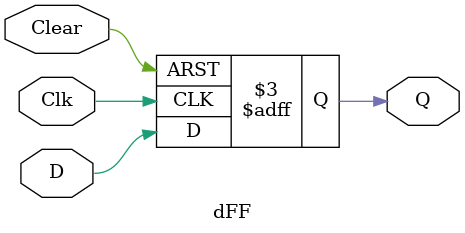
<source format=v>
`timescale 1ns / 1ps


module dFF(D,Clear,Clk,Q);
input D;
input Clk;
input Clear;
output reg Q;


always@(posedge Clk or posedge Clear) begin
   if(Clear == 1'b1) Q <= 1'b0;
   else Q <= D;        
end
endmodule

</source>
